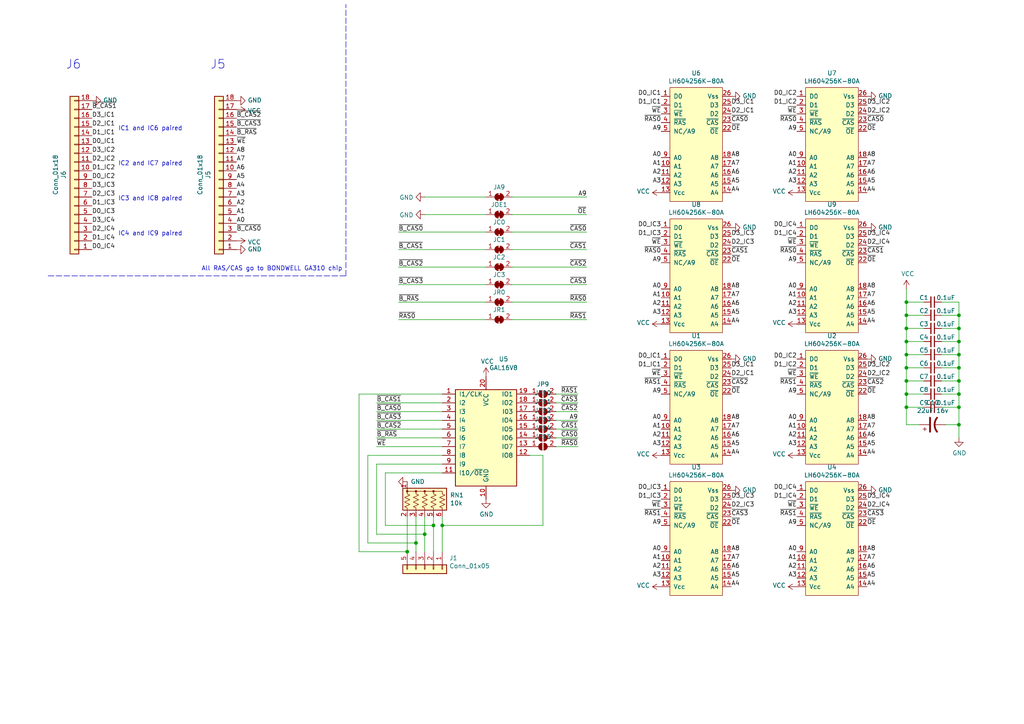
<source format=kicad_sch>
(kicad_sch (version 20211123) (generator eeschema)
  (paper "A4")
  (lib_symbols
    (symbol "Connector_Generic:Conn_01x05" (pin_names (offset 1.016) hide)
      (property "Reference" "J" (at 0 7.62 0))
      (property "Value" "Conn_01x05" (at 0 -7.62 0))
      (symbol "Conn_01x05_1_1"
        (rectangle (start -1.27 -4.953) (end 0 -5.207) (stroke (width 0.1524)))
        (rectangle (start -1.27 -2.413) (end 0 -2.667) (stroke (width 0.1524)))
        (rectangle (start -1.27 0.127) (end 0 -0.127) (stroke (width 0.1524)))
        (rectangle (start -1.27 2.667) (end 0 2.413) (stroke (width 0.1524)))
        (rectangle (start -1.27 5.207) (end 0 4.953) (stroke (width 0.1524)))
        (rectangle (start -1.27 6.35) (end 1.27 -6.35) (stroke (width 0.254)) (fill (type background)))
        (pin passive line (at -5.08 5.08 0) (length 3.81) (name "Pin_1") (number "1"))
        (pin passive line (at -5.08 2.54 0) (length 3.81) (name "Pin_2") (number "2"))
        (pin passive line (at -5.08 0 0) (length 3.81) (name "Pin_3") (number "3"))
        (pin passive line (at -5.08 -2.54 0) (length 3.81) (name "Pin_4") (number "4"))
        (pin passive line (at -5.08 -5.08 0) (length 3.81) (name "Pin_5") (number "5"))
      )
    )
    (symbol "Connector_Generic:Conn_01x18" (pin_names (offset 1.016) hide)
      (property "Reference" "J" (at 0 22.86 0))
      (property "Value" "Conn_01x18" (at 0 -25.4 0))
      (symbol "Conn_01x18_1_1"
        (rectangle (start -1.27 -22.733) (end 0 -22.987) (stroke (width 0.1524)))
        (rectangle (start -1.27 -20.193) (end 0 -20.447) (stroke (width 0.1524)))
        (rectangle (start -1.27 -17.653) (end 0 -17.907) (stroke (width 0.1524)))
        (rectangle (start -1.27 -15.113) (end 0 -15.367) (stroke (width 0.1524)))
        (rectangle (start -1.27 -12.573) (end 0 -12.827) (stroke (width 0.1524)))
        (rectangle (start -1.27 -10.033) (end 0 -10.287) (stroke (width 0.1524)))
        (rectangle (start -1.27 -7.493) (end 0 -7.747) (stroke (width 0.1524)))
        (rectangle (start -1.27 -4.953) (end 0 -5.207) (stroke (width 0.1524)))
        (rectangle (start -1.27 -2.413) (end 0 -2.667) (stroke (width 0.1524)))
        (rectangle (start -1.27 0.127) (end 0 -0.127) (stroke (width 0.1524)))
        (rectangle (start -1.27 2.667) (end 0 2.413) (stroke (width 0.1524)))
        (rectangle (start -1.27 5.207) (end 0 4.953) (stroke (width 0.1524)))
        (rectangle (start -1.27 7.747) (end 0 7.493) (stroke (width 0.1524)))
        (rectangle (start -1.27 10.287) (end 0 10.033) (stroke (width 0.1524)))
        (rectangle (start -1.27 12.827) (end 0 12.573) (stroke (width 0.1524)))
        (rectangle (start -1.27 15.367) (end 0 15.113) (stroke (width 0.1524)))
        (rectangle (start -1.27 17.907) (end 0 17.653) (stroke (width 0.1524)))
        (rectangle (start -1.27 20.447) (end 0 20.193) (stroke (width 0.1524)))
        (rectangle (start -1.27 21.59) (end 1.27 -24.13) (stroke (width 0.254)) (fill (type background)))
        (pin passive line (at -5.08 20.32 0) (length 3.81) (name "Pin_1") (number "1"))
        (pin passive line (at -5.08 -2.54 0) (length 3.81) (name "Pin_10") (number "10"))
        (pin passive line (at -5.08 -5.08 0) (length 3.81) (name "Pin_11") (number "11"))
        (pin passive line (at -5.08 -7.62 0) (length 3.81) (name "Pin_12") (number "12"))
        (pin passive line (at -5.08 -10.16 0) (length 3.81) (name "Pin_13") (number "13"))
        (pin passive line (at -5.08 -12.7 0) (length 3.81) (name "Pin_14") (number "14"))
        (pin passive line (at -5.08 -15.24 0) (length 3.81) (name "Pin_15") (number "15"))
        (pin passive line (at -5.08 -17.78 0) (length 3.81) (name "Pin_16") (number "16"))
        (pin passive line (at -5.08 -20.32 0) (length 3.81) (name "Pin_17") (number "17"))
        (pin passive line (at -5.08 -22.86 0) (length 3.81) (name "Pin_18") (number "18"))
        (pin passive line (at -5.08 17.78 0) (length 3.81) (name "Pin_2") (number "2"))
        (pin passive line (at -5.08 15.24 0) (length 3.81) (name "Pin_3") (number "3"))
        (pin passive line (at -5.08 12.7 0) (length 3.81) (name "Pin_4") (number "4"))
        (pin passive line (at -5.08 10.16 0) (length 3.81) (name "Pin_5") (number "5"))
        (pin passive line (at -5.08 7.62 0) (length 3.81) (name "Pin_6") (number "6"))
        (pin passive line (at -5.08 5.08 0) (length 3.81) (name "Pin_7") (number "7"))
        (pin passive line (at -5.08 2.54 0) (length 3.81) (name "Pin_8") (number "8"))
        (pin passive line (at -5.08 0 0) (length 3.81) (name "Pin_9") (number "9"))
      )
    )
    (symbol "CustomChips:604256" (pin_names (offset 1.016))
      (property "Reference" "U" (at 0 -1.27 0))
      (property "Value" "CustomChips_604256" (at 0 -3.81 0))
      (symbol "604256_0_1"
        (rectangle (start -7.62 13.97) (end 7.62 -19.05) (fill (type background)))
      )
      (symbol "604256_1_1"
        (pin bidirectional line (at -10.16 11.43 0) (length 2.54) (name "D0") (number "1"))
        (pin input line (at -10.16 -8.89 0) (length 2.54) (name "A1") (number "10"))
        (pin input line (at -10.16 -11.43 0) (length 2.54) (name "A2") (number "11"))
        (pin input line (at -10.16 -13.97 0) (length 2.54) (name "A3") (number "12"))
        (pin power_in line (at -10.16 -16.51 0) (length 2.54) (name "Vcc") (number "13"))
        (pin input line (at 10.16 -16.51 180) (length 2.54) (name "A4") (number "14"))
        (pin input line (at 10.16 -13.97 180) (length 2.54) (name "A5") (number "15"))
        (pin input line (at 10.16 -11.43 180) (length 2.54) (name "A6") (number "16"))
        (pin input line (at 10.16 -8.89 180) (length 2.54) (name "A7") (number "17"))
        (pin input line (at 10.16 -6.35 180) (length 2.54) (name "A8") (number "18"))
        (pin bidirectional line (at -10.16 8.89 0) (length 2.54) (name "D1") (number "2"))
        (pin input line (at 10.16 1.27 180) (length 2.54) (name "~{OE}") (number "22"))
        (pin input line (at 10.16 3.81 180) (length 2.54) (name "~{CAS}") (number "23"))
        (pin bidirectional line (at 10.16 6.35 180) (length 2.54) (name "D2") (number "24"))
        (pin bidirectional line (at 10.16 8.89 180) (length 2.54) (name "D3") (number "25"))
        (pin power_in line (at 10.16 11.43 180) (length 2.54) (name "Vss") (number "26"))
        (pin input line (at -10.16 6.35 0) (length 2.54) (name "~{WE}") (number "3"))
        (pin input line (at -10.16 3.81 0) (length 2.54) (name "~{RAS}") (number "4"))
        (pin input line (at -10.16 1.27 0) (length 2.54) (name "NC/A9") (number "5"))
        (pin input line (at -10.16 -6.35 0) (length 2.54) (name "A0") (number "9"))
      )
    )
    (symbol "Device:CP1" (pin_numbers hide) (pin_names (offset 0.254) hide)
      (property "Reference" "C" (at 0.635 2.54 0))
      (property "Value" "Device_CP1" (at 0.635 -2.54 0))
      (symbol "CP1_0_1"
        (polyline (pts (xy -2.032 0.762) (xy 2.032 0.762)) (stroke (width 0.508)))
        (polyline (pts (xy -1.778 2.286) (xy -0.762 2.286)))
        (polyline (pts (xy -1.27 1.778) (xy -1.27 2.794)))
        (arc (start 2.032 -1.27) (mid 0 -0.5572) (end -2.032 -1.27) (stroke (width 0.508)))
      )
      (symbol "CP1_1_1"
        (pin passive line (at 0 3.81 270) (length 2.794) (name "~") (number "1"))
        (pin passive line (at 0 -3.81 90) (length 3.302) (name "~") (number "2"))
      )
    )
    (symbol "Device:C_Small" (pin_numbers hide) (pin_names (offset 0.254) hide)
      (property "Reference" "C" (at 0.254 1.778 0))
      (property "Value" "C_Small" (at 0.254 -2.032 0))
      (symbol "C_Small_0_1"
        (polyline (pts (xy -1.524 -0.508) (xy 1.524 -0.508)) (stroke (width 0.3302)))
        (polyline (pts (xy -1.524 0.508) (xy 1.524 0.508)) (stroke (width 0.3048)))
      )
      (symbol "C_Small_1_1"
        (pin passive line (at 0 2.54 270) (length 2.032) (name "~") (number "1"))
        (pin passive line (at 0 -2.54 90) (length 2.032) (name "~") (number "2"))
      )
    )
    (symbol "Device:R_Network05_US" (pin_names (offset 0) hide)
      (property "Reference" "RN" (at -7.62 0 90))
      (property "Value" "R_Network05_US" (at 7.62 0 90))
      (symbol "R_Network05_US_0_1"
        (rectangle (start -6.35 -3.175) (end 6.35 3.175) (stroke (width 0.254)) (fill (type background)))
        (circle (center -5.08 2.286) (radius 0.254) (fill (type outline)))
        (circle (center -2.54 2.286) (radius 0.254) (fill (type outline)))
        (polyline (pts (xy -5.08 2.286) (xy 5.08 2.286)))
        (polyline (pts (xy -5.08 2.286) (xy -5.08 1.524) (xy -4.318 1.1684) (xy -5.842 0.508) (xy -4.318 -0.1524) (xy -5.842 -0.8382) (xy -4.318 -1.524) (xy -5.842 -2.1844) (xy -5.08 -2.54) (xy -5.08 -3.81)))
        (polyline (pts (xy -2.54 2.286) (xy -2.54 1.524) (xy -1.778 1.1684) (xy -3.302 0.508) (xy -1.778 -0.1524) (xy -3.302 -0.8382) (xy -1.778 -1.524) (xy -3.302 -2.1844) (xy -2.54 -2.54) (xy -2.54 -3.81)))
        (polyline (pts (xy 0 2.286) (xy 0 1.524) (xy 0.762 1.1684) (xy -0.762 0.508) (xy 0.762 -0.1524) (xy -0.762 -0.8382) (xy 0.762 -1.524) (xy -0.762 -2.1844) (xy 0 -2.54) (xy 0 -3.81)))
        (polyline (pts (xy 2.54 2.286) (xy 2.54 1.524) (xy 3.302 1.1684) (xy 1.778 0.508) (xy 3.302 -0.1524) (xy 1.778 -0.8382) (xy 3.302 -1.524) (xy 1.778 -2.1844) (xy 2.54 -2.54) (xy 2.54 -3.81)))
        (polyline (pts (xy 5.08 2.286) (xy 5.08 1.524) (xy 5.842 1.1684) (xy 4.318 0.508) (xy 5.842 -0.1524) (xy 4.318 -0.8382) (xy 5.842 -1.524) (xy 4.318 -2.1844) (xy 5.08 -2.54) (xy 5.08 -3.81)))
        (circle (center 0 2.286) (radius 0.254) (fill (type outline)))
        (circle (center 2.54 2.286) (radius 0.254) (fill (type outline)))
      )
      (symbol "R_Network05_US_1_1"
        (pin passive line (at -5.08 5.08 270) (length 2.54) (name "common") (number "1"))
        (pin passive line (at -5.08 -5.08 90) (length 1.27) (name "R1") (number "2"))
        (pin passive line (at -2.54 -5.08 90) (length 1.27) (name "R2") (number "3"))
        (pin passive line (at 0 -5.08 90) (length 1.27) (name "R3") (number "4"))
        (pin passive line (at 2.54 -5.08 90) (length 1.27) (name "R4") (number "5"))
        (pin passive line (at 5.08 -5.08 90) (length 1.27) (name "R5") (number "6"))
      )
    )
    (symbol "Jumper:SolderJumper_2_Bridged" (pin_names (offset 0) hide)
      (property "Reference" "JP" (at 0 2.032 0))
      (property "Value" "SolderJumper_2_Bridged" (at 0 -2.54 0))
      (symbol "SolderJumper_2_Bridged_0_1"
        (rectangle (start -0.508 0.508) (end 0.508 -0.508) (fill (type outline)))
        (arc (start -0.254 1.016) (mid -1.27 0) (end -0.254 -1.016))
        (arc (start -0.254 1.016) (mid -1.27 0) (end -0.254 -1.016) (fill (type outline)))
        (polyline (pts (xy -0.254 1.016) (xy -0.254 -1.016)))
        (polyline (pts (xy 0.254 1.016) (xy 0.254 -1.016)))
        (arc (start 0.254 -1.016) (mid 1.27 0) (end 0.254 1.016))
        (arc (start 0.254 -1.016) (mid 1.27 0) (end 0.254 1.016) (fill (type outline)))
      )
      (symbol "SolderJumper_2_Bridged_1_1"
        (pin passive line (at -3.81 0 0) (length 2.54) (name "A") (number "1"))
        (pin passive line (at 3.81 0 180) (length 2.54) (name "B") (number "2"))
      )
    )
    (symbol "Jumper:SolderJumper_2_Open" (pin_names (offset 0) hide)
      (property "Reference" "JP" (at 0 2.032 0))
      (property "Value" "SolderJumper_2_Open" (at 0 -2.54 0))
      (symbol "SolderJumper_2_Open_0_1"
        (arc (start -0.254 1.016) (mid -1.27 0) (end -0.254 -1.016))
        (arc (start -0.254 1.016) (mid -1.27 0) (end -0.254 -1.016) (fill (type outline)))
        (polyline (pts (xy -0.254 1.016) (xy -0.254 -1.016)))
        (polyline (pts (xy 0.254 1.016) (xy 0.254 -1.016)))
        (arc (start 0.254 -1.016) (mid 1.27 0) (end 0.254 1.016))
        (arc (start 0.254 -1.016) (mid 1.27 0) (end 0.254 1.016) (fill (type outline)))
      )
      (symbol "SolderJumper_2_Open_1_1"
        (pin passive line (at -3.81 0 0) (length 2.54) (name "A") (number "1"))
        (pin passive line (at 3.81 0 180) (length 2.54) (name "B") (number "2"))
      )
    )
    (symbol "Logic_Programmable:GAL16V8" (pin_names (offset 1.016))
      (property "Reference" "U" (at -8.89 16.51 0))
      (property "Value" "GAL16V8" (at 1.27 16.51 0))
      (symbol "GAL16V8_0_0"
        (pin power_in line (at 0 -17.78 90) (length 3.81) (name "GND") (number "10"))
        (pin power_in line (at 0 17.78 270) (length 3.81) (name "VCC") (number "20"))
      )
      (symbol "GAL16V8_0_1"
        (rectangle (start -8.89 13.97) (end 8.89 -13.97) (stroke (width 0.254)) (fill (type background)))
      )
      (symbol "GAL16V8_1_1"
        (pin input line (at -12.7 12.7 0) (length 3.81) (name "I1/CLK") (number "1"))
        (pin input line (at -12.7 -10.16 0) (length 3.81) (name "I10/~{OE}") (number "11"))
        (pin tri_state line (at 12.7 -5.08 180) (length 3.81) (name "IO8") (number "12"))
        (pin tri_state line (at 12.7 -2.54 180) (length 3.81) (name "IO7") (number "13"))
        (pin tri_state line (at 12.7 0 180) (length 3.81) (name "IO6") (number "14"))
        (pin tri_state line (at 12.7 2.54 180) (length 3.81) (name "IO5") (number "15"))
        (pin tri_state line (at 12.7 5.08 180) (length 3.81) (name "IO4") (number "16"))
        (pin tri_state line (at 12.7 7.62 180) (length 3.81) (name "I03") (number "17"))
        (pin tri_state line (at 12.7 10.16 180) (length 3.81) (name "IO2") (number "18"))
        (pin tri_state line (at 12.7 12.7 180) (length 3.81) (name "IO1") (number "19"))
        (pin input line (at -12.7 10.16 0) (length 3.81) (name "I2") (number "2"))
        (pin input line (at -12.7 7.62 0) (length 3.81) (name "I3") (number "3"))
        (pin input line (at -12.7 5.08 0) (length 3.81) (name "I4") (number "4"))
        (pin input line (at -12.7 2.54 0) (length 3.81) (name "I5") (number "5"))
        (pin input line (at -12.7 0 0) (length 3.81) (name "I6") (number "6"))
        (pin input line (at -12.7 -2.54 0) (length 3.81) (name "I7") (number "7"))
        (pin input line (at -12.7 -5.08 0) (length 3.81) (name "I8") (number "8"))
        (pin input line (at -12.7 -7.62 0) (length 3.81) (name "I9") (number "9"))
      )
    )
    (symbol "power:GND" (power) (pin_names (offset 0))
      (property "Value" "GND" (at 0 -3.81 0))
      (symbol "GND_0_1"
        (polyline (pts (xy 0 0) (xy 0 -1.27) (xy 1.27 -1.27) (xy 0 -2.54) (xy -1.27 -1.27) (xy 0 -1.27)))
      )
      (symbol "GND_1_1"
        (pin power_in line (at 0 0 270) (length 0) hide (name "GND") (number "1"))
      )
    )
    (symbol "power:VCC" (power) (pin_names (offset 0))
      (property "Value" "VCC" (at 0 3.81 0))
      (symbol "VCC_0_1"
        (polyline (pts (xy -0.762 1.27) (xy 0 2.54)))
        (polyline (pts (xy 0 0) (xy 0 2.54)))
        (polyline (pts (xy 0 2.54) (xy 0.762 1.27)))
      )
      (symbol "VCC_1_1"
        (pin power_in line (at 0 0 90) (length 0) hide (name "VCC") (number "1"))
      )
    )
  )
  (junction (at 262.89 114.3))
  (junction (at 262.89 95.25))
  (junction (at 262.89 110.49))
  (junction (at 125.73 152.4))
  (junction (at 278.13 114.3))
  (junction (at 262.89 99.06))
  (junction (at 262.89 87.63))
  (junction (at 278.13 110.49))
  (junction (at 278.13 102.87))
  (junction (at 123.19 154.94))
  (junction (at 128.27 152.4))
  (junction (at 262.89 91.44))
  (junction (at 120.65 157.48))
  (junction (at 278.13 118.11))
  (junction (at 278.13 91.44))
  (junction (at 278.13 99.06))
  (junction (at 118.11 160.02))
  (junction (at 278.13 106.68))
  (junction (at 278.13 123.19))
  (junction (at 278.13 95.25))
  (junction (at 262.89 102.87))
  (junction (at 262.89 118.11))
  (junction (at 262.89 106.68))
  (wire (pts (xy 266.7 123.19) (xy 262.89 123.19)))
  (wire (pts (xy 104.14 114.3) (xy 104.14 160.02)))
  (wire (pts (xy 148.59 72.39) (xy 170.18 72.39)))
  (wire (pts (xy 262.89 99.06) (xy 262.89 102.87)))
  (wire (pts (xy 273.05 87.63) (xy 278.13 87.63)))
  (wire (pts (xy 148.59 82.55) (xy 170.18 82.55)))
  (wire (pts (xy 115.57 67.31) (xy 140.97 67.31)))
  (wire (pts (xy 157.48 132.08) (xy 153.67 132.08)))
  (wire (pts (xy 273.05 114.3) (xy 278.13 114.3)))
  (wire (pts (xy 262.89 118.11) (xy 262.89 114.3)))
  (wire (pts (xy 278.13 106.68) (xy 278.13 110.49)))
  (wire (pts (xy 111.76 137.16) (xy 111.76 152.4)))
  (wire (pts (xy 106.68 132.08) (xy 128.27 132.08)))
  (wire (pts (xy 123.19 149.86) (xy 123.19 154.94)))
  (wire (pts (xy 148.59 77.47) (xy 170.18 77.47)))
  (wire (pts (xy 109.22 119.38) (xy 128.27 119.38)))
  (wire (pts (xy 123.19 62.23) (xy 140.97 62.23)))
  (wire (pts (xy 278.13 114.3) (xy 278.13 118.11)))
  (wire (pts (xy 148.59 87.63) (xy 170.18 87.63)))
  (wire (pts (xy 109.22 116.84) (xy 128.27 116.84)))
  (wire (pts (xy 109.22 121.92) (xy 128.27 121.92)))
  (wire (pts (xy 115.57 77.47) (xy 140.97 77.47)))
  (wire (pts (xy 125.73 152.4) (xy 125.73 160.02)))
  (wire (pts (xy 109.22 134.62) (xy 109.22 154.94)))
  (wire (pts (xy 115.57 87.63) (xy 140.97 87.63)))
  (wire (pts (xy 262.89 102.87) (xy 262.89 106.68)))
  (wire (pts (xy 262.89 123.19) (xy 262.89 118.11)))
  (wire (pts (xy 262.89 95.25) (xy 262.89 99.06)))
  (wire (pts (xy 278.13 110.49) (xy 278.13 114.3)))
  (polyline (pts (xy 13.97 80.01) (xy 100.33 80.01)))
  (wire (pts (xy 262.89 106.68) (xy 267.97 106.68)))
  (wire (pts (xy 148.59 62.23) (xy 170.18 62.23)))
  (wire (pts (xy 109.22 127) (xy 128.27 127)))
  (wire (pts (xy 273.05 102.87) (xy 278.13 102.87)))
  (wire (pts (xy 161.29 119.38) (xy 167.64 119.38)))
  (wire (pts (xy 106.68 132.08) (xy 106.68 157.48)))
  (wire (pts (xy 278.13 118.11) (xy 278.13 123.19)))
  (wire (pts (xy 161.29 129.54) (xy 167.64 129.54)))
  (wire (pts (xy 262.89 87.63) (xy 262.89 91.44)))
  (wire (pts (xy 267.97 102.87) (xy 262.89 102.87)))
  (wire (pts (xy 262.89 91.44) (xy 262.89 95.25)))
  (wire (pts (xy 109.22 124.46) (xy 128.27 124.46)))
  (wire (pts (xy 273.05 110.49) (xy 278.13 110.49)))
  (wire (pts (xy 278.13 87.63) (xy 278.13 91.44)))
  (wire (pts (xy 111.76 152.4) (xy 125.73 152.4)))
  (wire (pts (xy 267.97 95.25) (xy 262.89 95.25)))
  (wire (pts (xy 115.57 82.55) (xy 140.97 82.55)))
  (wire (pts (xy 157.48 152.4) (xy 157.48 132.08)))
  (wire (pts (xy 262.89 114.3) (xy 267.97 114.3)))
  (wire (pts (xy 267.97 99.06) (xy 262.89 99.06)))
  (wire (pts (xy 125.73 149.86) (xy 125.73 152.4)))
  (wire (pts (xy 109.22 129.54) (xy 128.27 129.54)))
  (wire (pts (xy 148.59 67.31) (xy 170.18 67.31)))
  (wire (pts (xy 115.57 72.39) (xy 140.97 72.39)))
  (wire (pts (xy 161.29 127) (xy 167.64 127)))
  (wire (pts (xy 273.05 91.44) (xy 278.13 91.44)))
  (wire (pts (xy 161.29 124.46) (xy 167.64 124.46)))
  (wire (pts (xy 128.27 160.02) (xy 128.27 152.4)))
  (wire (pts (xy 278.13 99.06) (xy 278.13 102.87)))
  (wire (pts (xy 148.59 92.71) (xy 170.18 92.71)))
  (wire (pts (xy 109.22 134.62) (xy 128.27 134.62)))
  (wire (pts (xy 262.89 118.11) (xy 267.97 118.11)))
  (wire (pts (xy 267.97 110.49) (xy 262.89 110.49)))
  (wire (pts (xy 120.65 157.48) (xy 106.68 157.48)))
  (wire (pts (xy 273.05 95.25) (xy 278.13 95.25)))
  (wire (pts (xy 273.05 106.68) (xy 278.13 106.68)))
  (wire (pts (xy 161.29 121.92) (xy 167.64 121.92)))
  (wire (pts (xy 118.11 160.02) (xy 104.14 160.02)))
  (polyline (pts (xy 100.33 80.01) (xy 100.33 1.27)))
  (wire (pts (xy 104.14 114.3) (xy 128.27 114.3)))
  (wire (pts (xy 123.19 154.94) (xy 123.19 160.02)))
  (wire (pts (xy 161.29 116.84) (xy 167.64 116.84)))
  (wire (pts (xy 120.65 157.48) (xy 120.65 160.02)))
  (wire (pts (xy 262.89 110.49) (xy 262.89 114.3)))
  (wire (pts (xy 123.19 57.15) (xy 140.97 57.15)))
  (wire (pts (xy 128.27 152.4) (xy 128.27 149.86)))
  (wire (pts (xy 267.97 91.44) (xy 262.89 91.44)))
  (wire (pts (xy 278.13 123.19) (xy 278.13 127)))
  (wire (pts (xy 278.13 95.25) (xy 278.13 99.06)))
  (wire (pts (xy 148.59 57.15) (xy 170.18 57.15)))
  (wire (pts (xy 262.89 83.82) (xy 262.89 87.63)))
  (wire (pts (xy 123.19 154.94) (xy 109.22 154.94)))
  (wire (pts (xy 120.65 149.86) (xy 120.65 157.48)))
  (wire (pts (xy 273.05 118.11) (xy 278.13 118.11)))
  (wire (pts (xy 262.89 87.63) (xy 267.97 87.63)))
  (wire (pts (xy 161.29 114.3) (xy 167.64 114.3)))
  (wire (pts (xy 115.57 92.71) (xy 140.97 92.71)))
  (wire (pts (xy 128.27 137.16) (xy 111.76 137.16)))
  (wire (pts (xy 274.32 123.19) (xy 278.13 123.19)))
  (wire (pts (xy 278.13 91.44) (xy 278.13 95.25)))
  (wire (pts (xy 118.11 160.02) (xy 118.11 149.86)))
  (wire (pts (xy 262.89 106.68) (xy 262.89 110.49)))
  (wire (pts (xy 278.13 102.87) (xy 278.13 106.68)))
  (wire (pts (xy 273.05 99.06) (xy 278.13 99.06)))
  (wire (pts (xy 157.48 152.4) (xy 128.27 152.4)))
  (text "IC2 and IC7 paired" (at 34.29 48.26 0) (effects (font (size 1.27 1.27)) (justify left bottom)))
  (text "IC3 and IC8 paired" (at 34.29 58.42 0) (effects (font (size 1.27 1.27)) (justify left bottom)))
  (text "IC4 and IC9 paired" (at 34.29 68.58 0) (effects (font (size 1.27 1.27)) (justify left bottom)))
  (text "All RAS/CAS go to BONDWELL GA310 chip" (at 58.42 78.74 0) (effects (font (size 1.27 1.27)) (justify left bottom)))
  (text "J6" (at 19.05 20.32 0) (effects (font (size 2.54 2.54)) (justify left bottom)))
  (text "J5" (at 60.96 20.32 0) (effects (font (size 2.54 2.54)) (justify left bottom)))
  (text "IC1 and IC6 paired" (at 34.29 38.1 0) (effects (font (size 1.27 1.27)) (justify left bottom)))
  (label "A4" (at 212.09 93.98 0))
  (label "A7" (at 251.46 162.56 0))
  (label "A4" (at 251.46 55.88 0))
  (label "A2" (at 191.77 127 180))
  (label "D1_IC1" (at 26.67 39.37 0))
  (label "D0_IC4" (at 231.14 142.24 180))
  (label "A0" (at 191.77 121.92 180))
  (label "~{OE}" (at 212.09 152.4 0))
  (label "A8" (at 212.09 45.72 0))
  (label "D3_IC2" (at 251.46 106.68 0))
  (label "D0_IC3" (at 26.67 62.23 0))
  (label "~{B_CAS3}" (at 68.58 36.83 0))
  (label "A0" (at 231.14 160.02 180))
  (label "A5" (at 251.46 53.34 0))
  (label "A2" (at 231.14 88.9 180))
  (label "A3" (at 191.77 53.34 180))
  (label "D1_IC2" (at 26.67 49.53 0))
  (label "A1" (at 191.77 48.26 180))
  (label "A9" (at 231.14 38.1 180))
  (label "A9" (at 231.14 152.4 180))
  (label "~{B_CAS2}" (at 109.22 124.46 0))
  (label "~{WE}" (at 231.14 71.12 180))
  (label "D0_IC2" (at 26.67 52.07 0))
  (label "~{CAS3}" (at 251.46 149.86 0))
  (label "~{RAS1}" (at 167.64 114.3 180))
  (label "~{WE}" (at 191.77 109.22 180))
  (label "~{RAS0}" (at 231.14 35.56 180))
  (label "D1_IC4" (at 231.14 68.58 180))
  (label "A6" (at 68.58 49.53 0))
  (label "~{WE}" (at 231.14 109.22 180))
  (label "D2_IC4" (at 251.46 147.32 0))
  (label "~{CAS0}" (at 170.18 67.31 180))
  (label "D0_IC1" (at 26.67 41.91 0))
  (label "D3_IC3" (at 212.09 144.78 0))
  (label "~{RAS1}" (at 191.77 149.86 180))
  (label "A7" (at 251.46 86.36 0))
  (label "~{RAS0}" (at 170.18 87.63 180))
  (label "A7" (at 212.09 48.26 0))
  (label "D0_IC3" (at 191.77 66.04 180))
  (label "~{WE}" (at 191.77 33.02 180))
  (label "D3_IC3" (at 26.67 54.61 0))
  (label "D2_IC1" (at 212.09 109.22 0))
  (label "D1_IC1" (at 191.77 106.68 180))
  (label "A3" (at 191.77 91.44 180))
  (label "~{RAS0}" (at 231.14 73.66 180))
  (label "~{WE}" (at 68.58 41.91 0))
  (label "D2_IC4" (at 251.46 71.12 0))
  (label "~{CAS0}" (at 251.46 35.56 0))
  (label "~{B_CAS3}" (at 115.57 82.55 0))
  (label "A8" (at 251.46 45.72 0))
  (label "A6" (at 212.09 88.9 0))
  (label "A0" (at 191.77 45.72 180))
  (label "A5" (at 251.46 167.64 0))
  (label "~{OE}" (at 251.46 152.4 0))
  (label "A3" (at 68.58 57.15 0))
  (label "D1_IC1" (at 191.77 30.48 180))
  (label "~{RAS1}" (at 231.14 149.86 180))
  (label "A4" (at 68.58 54.61 0))
  (label "~{RAS1}" (at 191.77 111.76 180))
  (label "D1_IC3" (at 26.67 59.69 0))
  (label "D0_IC2" (at 231.14 104.14 180))
  (label "~{OE}" (at 212.09 38.1 0))
  (label "D3_IC4" (at 251.46 144.78 0))
  (label "A6" (at 212.09 50.8 0))
  (label "D0_IC3" (at 191.77 142.24 180))
  (label "D3_IC1" (at 212.09 30.48 0))
  (label "~{B_CAS0}" (at 115.57 67.31 0))
  (label "~{RAS0}" (at 191.77 35.56 180))
  (label "A1" (at 191.77 162.56 180))
  (label "~{WE}" (at 231.14 33.02 180))
  (label "A7" (at 212.09 124.46 0))
  (label "D1_IC4" (at 26.67 69.85 0))
  (label "A5" (at 68.58 52.07 0))
  (label "~{B_CAS0}" (at 68.58 67.31 0))
  (label "~{B_CAS1}" (at 26.67 31.75 0))
  (label "D2_IC4" (at 26.67 67.31 0))
  (label "~{WE}" (at 109.22 129.54 0))
  (label "~{CAS0}" (at 212.09 35.56 0))
  (label "A3" (at 231.14 91.44 180))
  (label "A4" (at 212.09 132.08 0))
  (label "A5" (at 212.09 167.64 0))
  (label "A8" (at 251.46 121.92 0))
  (label "A7" (at 251.46 124.46 0))
  (label "A5" (at 251.46 91.44 0))
  (label "D0_IC1" (at 191.77 27.94 180))
  (label "~{RAS1}" (at 231.14 111.76 180))
  (label "A6" (at 251.46 165.1 0))
  (label "~{OE}" (at 212.09 114.3 0))
  (label "D2_IC2" (at 251.46 109.22 0))
  (label "A0" (at 191.77 160.02 180))
  (label "A0" (at 231.14 121.92 180))
  (label "~{OE}" (at 170.18 62.23 180))
  (label "A8" (at 212.09 121.92 0))
  (label "A3" (at 191.77 129.54 180))
  (label "A3" (at 231.14 53.34 180))
  (label "~{CAS1}" (at 170.18 72.39 180))
  (label "~{B_CAS1}" (at 109.22 116.84 0))
  (label "~{B_CAS3}" (at 109.22 121.92 0))
  (label "A1" (at 68.58 62.23 0))
  (label "~{CAS3}" (at 167.64 116.84 180))
  (label "A2" (at 231.14 165.1 180))
  (label "A3" (at 191.77 167.64 180))
  (label "A9" (at 167.64 121.92 180))
  (label "D2_IC3" (at 26.67 57.15 0))
  (label "A7" (at 251.46 48.26 0))
  (label "~{B_RAS}" (at 68.58 39.37 0))
  (label "A7" (at 212.09 86.36 0))
  (label "D1_IC3" (at 191.77 144.78 180))
  (label "A4" (at 212.09 55.88 0))
  (label "D0_IC1" (at 191.77 104.14 180))
  (label "A9" (at 231.14 76.2 180))
  (label "~{RAS1}" (at 170.18 92.71 180))
  (label "D3_IC1" (at 26.67 34.29 0))
  (label "A4" (at 251.46 132.08 0))
  (label "A5" (at 251.46 129.54 0))
  (label "~{CAS3}" (at 170.18 82.55 180))
  (label "A5" (at 212.09 91.44 0))
  (label "A1" (at 191.77 124.46 180))
  (label "A7" (at 212.09 162.56 0))
  (label "A0" (at 68.58 64.77 0))
  (label "D3_IC4" (at 26.67 64.77 0))
  (label "A0" (at 231.14 45.72 180))
  (label "~{CAS2}" (at 251.46 111.76 0))
  (label "~{B_RAS}" (at 115.57 87.63 0))
  (label "A5" (at 212.09 53.34 0))
  (label "~{B_CAS2}" (at 68.58 34.29 0))
  (label "D2_IC3" (at 212.09 147.32 0))
  (label "D1_IC2" (at 231.14 30.48 180))
  (label "~{WE}" (at 191.77 147.32 180))
  (label "~{RAS0}" (at 167.64 129.54 180))
  (label "~{CAS3}" (at 212.09 149.86 0))
  (label "D3_IC2" (at 251.46 30.48 0))
  (label "~{B_CAS0}" (at 109.22 119.38 0))
  (label "A9" (at 170.18 57.15 180))
  (label "D3_IC2" (at 26.67 44.45 0))
  (label "A8" (at 251.46 83.82 0))
  (label "A2" (at 191.77 50.8 180))
  (label "D3_IC3" (at 212.09 68.58 0))
  (label "A9" (at 231.14 114.3 180))
  (label "A6" (at 212.09 165.1 0))
  (label "A5" (at 212.09 129.54 0))
  (label "A3" (at 231.14 129.54 180))
  (label "~{WE}" (at 231.14 147.32 180))
  (label "~{OE}" (at 251.46 38.1 0))
  (label "A2" (at 191.77 88.9 180))
  (label "A1" (at 191.77 86.36 180))
  (label "D1_IC4" (at 231.14 144.78 180))
  (label "~{B_CAS2}" (at 115.57 77.47 0))
  (label "A4" (at 251.46 170.18 0))
  (label "~{OE}" (at 212.09 76.2 0))
  (label "A9" (at 191.77 152.4 180))
  (label "A8" (at 212.09 83.82 0))
  (label "~{CAS1}" (at 251.46 73.66 0))
  (label "~{B_CAS1}" (at 115.57 72.39 0))
  (label "A1" (at 231.14 124.46 180))
  (label "~{OE}" (at 251.46 76.2 0))
  (label "~{B_RAS}" (at 109.22 127 0))
  (label "A9" (at 191.77 76.2 180))
  (label "D0_IC4" (at 26.67 72.39 0))
  (label "A9" (at 191.77 114.3 180))
  (label "D3_IC1" (at 212.09 106.68 0))
  (label "~{WE}" (at 191.77 71.12 180))
  (label "A8" (at 68.58 44.45 0))
  (label "D1_IC3" (at 191.77 68.58 180))
  (label "D2_IC1" (at 212.09 33.02 0))
  (label "~{RAS0}" (at 191.77 73.66 180))
  (label "A6" (at 251.46 127 0))
  (label "~{CAS2}" (at 170.18 77.47 180))
  (label "~{CAS0}" (at 167.64 127 180))
  (label "D3_IC4" (at 251.46 68.58 0))
  (label "A8" (at 212.09 160.02 0))
  (label "A1" (at 231.14 162.56 180))
  (label "~{CAS1}" (at 167.64 124.46 180))
  (label "A6" (at 251.46 50.8 0))
  (label "~{RAS0}" (at 115.57 92.71 0))
  (label "D2_IC1" (at 26.67 36.83 0))
  (label "A4" (at 212.09 170.18 0))
  (label "A1" (at 231.14 48.26 180))
  (label "A2" (at 231.14 50.8 180))
  (label "D1_IC2" (at 231.14 106.68 180))
  (label "A6" (at 212.09 127 0))
  (label "~{CAS2}" (at 167.64 119.38 180))
  (label "D0_IC4" (at 231.14 66.04 180))
  (label "A3" (at 231.14 167.64 180))
  (label "~{CAS2}" (at 212.09 111.76 0))
  (label "~{OE}" (at 251.46 114.3 0))
  (label "A0" (at 191.77 83.82 180))
  (label "A2" (at 191.77 165.1 180))
  (label "A7" (at 68.58 46.99 0))
  (label "D2_IC3" (at 212.09 71.12 0))
  (label "A0" (at 231.14 83.82 180))
  (label "D2_IC2" (at 26.67 46.99 0))
  (label "~{CAS1}" (at 212.09 73.66 0))
  (label "A2" (at 68.58 59.69 0))
  (label "A4" (at 251.46 93.98 0))
  (label "A1" (at 231.14 86.36 180))
  (label "A2" (at 231.14 127 180))
  (label "A6" (at 251.46 88.9 0))
  (label "D2_IC2" (at 251.46 33.02 0))
  (label "D0_IC2" (at 231.14 27.94 180))
  (label "A8" (at 251.46 160.02 0))
  (label "A9" (at 191.77 38.1 180))
  (symbol (lib_id "Connector_Generic:Conn_01x18") (at 63.5 52.07 180) (unit 1)
    (property "Reference" "J5" (at 60.325 50.6984 90))
    (property "Value" "Conn_01x18" (at 58.0136 50.6984 90))
    (property "Footprint" "Connector_PinHeader_2.54mm:PinHeader_1x18_P2.54mm_Vertical" (effects hide))
  )
  (symbol (lib_id "Connector_Generic:Conn_01x18") (at 21.59 52.07 180) (unit 1)
    (property "Reference" "J6" (at 18.415 50.6984 90))
    (property "Value" "Conn_01x18" (at 16.1036 50.6984 90))
    (property "Footprint" "Connector_PinHeader_2.54mm:PinHeader_1x18_P2.54mm_Vertical" (effects hide))
  )
  (symbol (lib_id "CustomChips:604256") (at 201.93 39.37 0) (unit 1)
    (property "Reference" "U6" (at 201.93 21.209 0))
    (property "Value" "LH604256K-80A" (at 201.93 23.5204 0))
    (property "Footprint" "CustomFootprints:SOJ-20_26" (effects hide))
  )
  (symbol (lib_id "CustomChips:604256") (at 241.3 39.37 0) (unit 1)
    (property "Reference" "U7" (at 241.3 21.209 0))
    (property "Value" "LH604256K-80A" (at 241.3 23.5204 0))
    (property "Footprint" "CustomFootprints:SOJ-20_26" (effects hide))
  )
  (symbol (lib_id "power:GND") (at 251.46 27.94 90) (unit 1)
    (property "Reference" "#PWR0101" (effects hide))
    (property "Value" "GND" (at 254.7112 27.813 90) (effects (justify right)))
  )
  (symbol (lib_id "power:GND") (at 212.09 27.94 90) (unit 1)
    (property "Reference" "#PWR0102" (effects hide))
    (property "Value" "GND" (at 215.3412 27.813 90) (effects (justify right)))
  )
  (symbol (lib_id "power:VCC") (at 231.14 55.88 90) (unit 1)
    (property "Reference" "#PWR0103" (effects hide))
    (property "Value" "VCC" (at 227.9142 55.499 90) (effects (justify left)))
  )
  (symbol (lib_id "power:VCC") (at 191.77 55.88 90) (unit 1)
    (property "Reference" "#PWR0104" (effects hide))
    (property "Value" "VCC" (at 188.5442 55.499 90) (effects (justify left)))
  )
  (symbol (lib_id "CustomChips:604256") (at 201.93 77.47 0) (unit 1)
    (property "Reference" "U8" (at 201.93 59.309 0))
    (property "Value" "LH604256K-80A" (at 201.93 61.6204 0))
    (property "Footprint" "CustomFootprints:SOJ-20_26" (effects hide))
  )
  (symbol (lib_id "CustomChips:604256") (at 241.3 77.47 0) (unit 1)
    (property "Reference" "U9" (at 241.3 59.309 0))
    (property "Value" "LH604256K-80A" (at 241.3 61.6204 0))
    (property "Footprint" "CustomFootprints:SOJ-20_26" (effects hide))
  )
  (symbol (lib_id "power:GND") (at 251.46 66.04 90) (unit 1)
    (property "Reference" "#PWR0105" (effects hide))
    (property "Value" "GND" (at 254.7112 65.913 90) (effects (justify right)))
  )
  (symbol (lib_id "power:GND") (at 212.09 66.04 90) (unit 1)
    (property "Reference" "#PWR0106" (effects hide))
    (property "Value" "GND" (at 215.3412 65.913 90) (effects (justify right)))
  )
  (symbol (lib_id "power:VCC") (at 231.14 93.98 90) (unit 1)
    (property "Reference" "#PWR0107" (effects hide))
    (property "Value" "VCC" (at 227.9142 93.599 90) (effects (justify left)))
  )
  (symbol (lib_id "power:VCC") (at 191.77 93.98 90) (unit 1)
    (property "Reference" "#PWR0108" (effects hide))
    (property "Value" "VCC" (at 188.5442 93.599 90) (effects (justify left)))
  )
  (symbol (lib_id "CustomChips:604256") (at 201.93 115.57 0) (unit 1)
    (property "Reference" "U1" (at 201.93 97.409 0))
    (property "Value" "LH604256K-80A" (at 201.93 99.7204 0))
    (property "Footprint" "CustomFootprints:SOJ-20_26" (effects hide))
  )
  (symbol (lib_id "CustomChips:604256") (at 241.3 115.57 0) (unit 1)
    (property "Reference" "U2" (at 241.3 97.409 0))
    (property "Value" "LH604256K-80A" (at 241.3 99.7204 0))
    (property "Footprint" "CustomFootprints:SOJ-20_26" (effects hide))
  )
  (symbol (lib_id "power:GND") (at 251.46 104.14 90) (unit 1)
    (property "Reference" "#PWR0109" (effects hide))
    (property "Value" "GND" (at 254.7112 104.013 90) (effects (justify right)))
  )
  (symbol (lib_id "power:GND") (at 212.09 104.14 90) (unit 1)
    (property "Reference" "#PWR0110" (effects hide))
    (property "Value" "GND" (at 215.3412 104.013 90) (effects (justify right)))
  )
  (symbol (lib_id "power:VCC") (at 231.14 132.08 90) (unit 1)
    (property "Reference" "#PWR0111" (effects hide))
    (property "Value" "VCC" (at 227.9142 131.699 90) (effects (justify left)))
  )
  (symbol (lib_id "power:VCC") (at 191.77 132.08 90) (unit 1)
    (property "Reference" "#PWR0112" (effects hide))
    (property "Value" "VCC" (at 188.5442 131.699 90) (effects (justify left)))
  )
  (symbol (lib_id "CustomChips:604256") (at 201.93 153.67 0) (unit 1)
    (property "Reference" "U3" (at 201.93 135.509 0))
    (property "Value" "LH604256K-80A" (at 201.93 137.8204 0))
    (property "Footprint" "CustomFootprints:SOJ-20_26" (effects hide))
  )
  (symbol (lib_id "CustomChips:604256") (at 241.3 153.67 0) (unit 1)
    (property "Reference" "U4" (at 241.3 135.509 0))
    (property "Value" "LH604256K-80A" (at 241.3 137.8204 0))
    (property "Footprint" "CustomFootprints:SOJ-20_26" (effects hide))
  )
  (symbol (lib_id "power:GND") (at 251.46 142.24 90) (unit 1)
    (property "Reference" "#PWR0113" (effects hide))
    (property "Value" "GND" (at 254.7112 142.113 90) (effects (justify right)))
  )
  (symbol (lib_id "power:GND") (at 212.09 142.24 90) (unit 1)
    (property "Reference" "#PWR0114" (effects hide))
    (property "Value" "GND" (at 215.3412 142.113 90) (effects (justify right)))
  )
  (symbol (lib_id "power:VCC") (at 231.14 170.18 90) (unit 1)
    (property "Reference" "#PWR0115" (effects hide))
    (property "Value" "VCC" (at 227.9142 169.799 90) (effects (justify left)))
  )
  (symbol (lib_id "power:VCC") (at 191.77 170.18 90) (unit 1)
    (property "Reference" "#PWR0116" (effects hide))
    (property "Value" "VCC" (at 188.5442 169.799 90) (effects (justify left)))
  )
  (symbol (lib_id "power:VCC") (at 68.58 31.75 270) (unit 1)
    (property "Reference" "#PWR0117" (effects hide))
    (property "Value" "VCC" (at 71.8312 32.131 90) (effects (justify left)))
  )
  (symbol (lib_id "power:VCC") (at 68.58 69.85 270) (unit 1)
    (property "Reference" "#PWR0118" (effects hide))
    (property "Value" "VCC" (at 71.8312 70.231 90) (effects (justify left)))
  )
  (symbol (lib_id "power:GND") (at 123.19 62.23 270) (unit 1)
    (property "Reference" "#PWR0119" (effects hide))
    (property "Value" "GND" (at 119.9388 62.357 90) (effects (justify right)))
  )
  (symbol (lib_id "power:GND") (at 68.58 29.21 90) (unit 1)
    (property "Reference" "#PWR0120" (effects hide))
    (property "Value" "GND" (at 71.8312 29.083 90) (effects (justify right)))
  )
  (symbol (lib_id "power:GND") (at 26.67 29.21 90) (unit 1)
    (property "Reference" "#PWR0121" (effects hide))
    (property "Value" "GND" (at 29.9212 29.083 90) (effects (justify right)))
  )
  (symbol (lib_id "Jumper:SolderJumper_2_Bridged") (at 144.78 67.31 0) (unit 1)
    (property "Reference" "JC0" (at 144.78 64.4398 0))
    (property "Value" "SolderJumper_2_Bridged" (effects hide))
    (property "Footprint" "Jumper:SolderJumper-2_P1.3mm_Bridged_Pad1.0x1.5mm" (effects hide))
  )
  (symbol (lib_id "Jumper:SolderJumper_2_Bridged") (at 144.78 72.39 0) (unit 1)
    (property "Reference" "JC1" (at 144.78 69.5198 0))
    (property "Value" "SolderJumper_2_Bridged" (effects hide))
    (property "Footprint" "Jumper:SolderJumper-2_P1.3mm_Bridged_Pad1.0x1.5mm" (effects hide))
  )
  (symbol (lib_id "Jumper:SolderJumper_2_Bridged") (at 144.78 77.47 0) (unit 1)
    (property "Reference" "JC2" (at 144.78 74.5998 0))
    (property "Value" "SolderJumper_2_Bridged" (effects hide))
    (property "Footprint" "Jumper:SolderJumper-2_P1.3mm_Bridged_Pad1.0x1.5mm" (effects hide))
  )
  (symbol (lib_id "Jumper:SolderJumper_2_Bridged") (at 144.78 82.55 0) (unit 1)
    (property "Reference" "JC3" (at 144.78 79.6798 0))
    (property "Value" "SolderJumper_2_Bridged" (effects hide))
    (property "Footprint" "Jumper:SolderJumper-2_P1.3mm_Bridged_Pad1.0x1.5mm" (effects hide))
  )
  (symbol (lib_id "Jumper:SolderJumper_2_Bridged") (at 144.78 62.23 0) (unit 1)
    (property "Reference" "JOE1" (at 144.78 59.3598 0))
    (property "Value" "SolderJumper_2_Bridged" (effects hide))
    (property "Footprint" "Jumper:SolderJumper-2_P1.3mm_Bridged_Pad1.0x1.5mm" (effects hide))
  )
  (symbol (lib_id "Jumper:SolderJumper_2_Bridged") (at 144.78 87.63 0) (unit 1)
    (property "Reference" "JR0" (at 144.78 84.7598 0))
    (property "Value" "SolderJumper_2_Bridged" (effects hide))
    (property "Footprint" "Jumper:SolderJumper-2_P1.3mm_Bridged_Pad1.0x1.5mm" (effects hide))
  )
  (symbol (lib_id "Jumper:SolderJumper_2_Bridged") (at 144.78 92.71 0) (unit 1)
    (property "Reference" "JR1" (at 144.78 89.8398 0))
    (property "Value" "SolderJumper_2_Bridged" (effects hide))
    (property "Footprint" "Jumper:SolderJumper-2_P1.3mm_Bridged_Pad1.0x1.5mm" (effects hide))
  )
  (symbol (lib_id "Logic_Programmable:GAL16V8") (at 140.97 127 0) (unit 1)
    (property "Reference" "U5" (at 146.05 104.14 0))
    (property "Value" "GAL16V8" (at 146.05 106.68 0))
    (property "Footprint" "Package_DIP:DIP-20_W7.62mm_LongPads" (effects hide))
  )
  (symbol (lib_id "power:GND") (at 123.19 57.15 270) (unit 1)
    (property "Reference" "#PWR0122" (effects hide))
    (property "Value" "GND" (at 119.9388 57.277 90) (effects (justify right)))
  )
  (symbol (lib_id "Jumper:SolderJumper_2_Bridged") (at 144.78 57.15 0) (unit 1)
    (property "Reference" "JA9" (at 144.78 54.2798 0))
    (property "Value" "SolderJumper_2_Bridged" (effects hide))
    (property "Footprint" "Jumper:SolderJumper-2_P1.3mm_Bridged_Pad1.0x1.5mm" (effects hide))
  )
  (symbol (lib_id "power:GND") (at 68.58 72.39 90) (unit 1)
    (property "Reference" "#PWR0123" (effects hide))
    (property "Value" "GND" (at 71.8312 72.263 90) (effects (justify right)))
  )
  (symbol (lib_id "Device:C_Small") (at 270.51 87.63 270) (unit 1)
    (property "Reference" "C1" (at 267.97 86.36 90))
    (property "Value" "0.1uF" (at 274.32 86.36 90))
    (property "Footprint" "Capacitor_SMD:C_0805_2012Metric_Pad1.18x1.45mm_HandSolder" (effects hide))
  )
  (symbol (lib_id "Device:C_Small") (at 270.51 91.44 270) (unit 1)
    (property "Reference" "C2" (at 267.97 90.17 90))
    (property "Value" "0.1uF" (at 274.32 90.17 90))
    (property "Footprint" "Capacitor_SMD:C_0805_2012Metric_Pad1.18x1.45mm_HandSolder" (effects hide))
  )
  (symbol (lib_id "Device:C_Small") (at 270.51 95.25 270) (unit 1)
    (property "Reference" "C3" (at 267.97 93.98 90))
    (property "Value" "0.1uF" (at 274.32 93.98 90))
    (property "Footprint" "Capacitor_SMD:C_0805_2012Metric_Pad1.18x1.45mm_HandSolder" (effects hide))
  )
  (symbol (lib_id "Device:C_Small") (at 270.51 99.06 270) (unit 1)
    (property "Reference" "C4" (at 267.97 97.79 90))
    (property "Value" "0.1uF" (at 274.32 97.79 90))
    (property "Footprint" "Capacitor_SMD:C_0805_2012Metric_Pad1.18x1.45mm_HandSolder" (effects hide))
  )
  (symbol (lib_id "Device:C_Small") (at 270.51 102.87 270) (unit 1)
    (property "Reference" "C5" (at 267.97 101.6 90))
    (property "Value" "0.1uF" (at 274.32 101.6 90))
    (property "Footprint" "Capacitor_SMD:C_0805_2012Metric_Pad1.18x1.45mm_HandSolder" (effects hide))
  )
  (symbol (lib_id "Device:C_Small") (at 270.51 106.68 270) (unit 1)
    (property "Reference" "C6" (at 267.97 105.41 90))
    (property "Value" "0.1uF" (at 274.32 105.41 90))
    (property "Footprint" "Capacitor_SMD:C_0805_2012Metric_Pad1.18x1.45mm_HandSolder" (effects hide))
  )
  (symbol (lib_id "Device:C_Small") (at 270.51 110.49 270) (unit 1)
    (property "Reference" "C7" (at 267.97 109.22 90))
    (property "Value" "0.1uF" (at 274.32 109.22 90))
    (property "Footprint" "Capacitor_SMD:C_0805_2012Metric_Pad1.18x1.45mm_HandSolder" (effects hide))
  )
  (symbol (lib_id "Device:C_Small") (at 270.51 114.3 270) (unit 1)
    (property "Reference" "C8" (at 267.97 113.03 90))
    (property "Value" "0.1uF" (at 274.32 113.03 90))
    (property "Footprint" "Capacitor_SMD:C_0805_2012Metric_Pad1.18x1.45mm_HandSolder" (effects hide))
  )
  (symbol (lib_id "power:GND") (at 278.13 127 0) (unit 1)
    (property "Reference" "#PWR0124" (effects hide))
    (property "Value" "GND" (at 278.257 131.3942 0))
  )
  (symbol (lib_id "power:VCC") (at 262.89 83.82 0) (unit 1)
    (property "Reference" "#PWR0125" (effects hide))
    (property "Value" "VCC" (at 263.271 79.4258 0))
  )
  (symbol (lib_id "Jumper:SolderJumper_2_Open") (at 157.48 114.3 0) (unit 1)
    (property "Reference" "JP9" (at 157.48 111.4298 0))
    (property "Value" "SolderJumper_2_Open" (effects hide))
    (property "Footprint" "Jumper:SolderJumper-2_P1.3mm_Open_RoundedPad1.0x1.5mm" (effects hide))
  )
  (symbol (lib_id "Jumper:SolderJumper_2_Open") (at 157.48 116.84 0) (unit 1)
    (property "Reference" "JP10" (at 157.48 113.9698 0))
    (property "Value" "SolderJumper_2_Open" (effects hide))
    (property "Footprint" "Jumper:SolderJumper-2_P1.3mm_Open_RoundedPad1.0x1.5mm" (effects hide))
  )
  (symbol (lib_id "Jumper:SolderJumper_2_Open") (at 157.48 119.38 0) (unit 1)
    (property "Reference" "JP11" (at 157.48 116.5098 0))
    (property "Value" "SolderJumper_2_Open" (effects hide))
    (property "Footprint" "Jumper:SolderJumper-2_P1.3mm_Open_RoundedPad1.0x1.5mm" (effects hide))
  )
  (symbol (lib_id "Jumper:SolderJumper_2_Open") (at 157.48 121.92 0) (unit 1)
    (property "Reference" "JP12" (at 157.48 119.0498 0))
    (property "Value" "SolderJumper_2_Open" (effects hide))
    (property "Footprint" "Jumper:SolderJumper-2_P1.3mm_Open_RoundedPad1.0x1.5mm" (effects hide))
  )
  (symbol (lib_id "Jumper:SolderJumper_2_Open") (at 157.48 124.46 0) (unit 1)
    (property "Reference" "JP13" (at 157.48 121.5898 0))
    (property "Value" "SolderJumper_2_Open" (effects hide))
    (property "Footprint" "Jumper:SolderJumper-2_P1.3mm_Open_RoundedPad1.0x1.5mm" (effects hide))
  )
  (symbol (lib_id "Jumper:SolderJumper_2_Open") (at 157.48 127 0) (unit 1)
    (property "Reference" "JP14" (at 157.48 124.1298 0))
    (property "Value" "SolderJumper_2_Open" (effects hide))
    (property "Footprint" "Jumper:SolderJumper-2_P1.3mm_Open_RoundedPad1.0x1.5mm" (effects hide))
  )
  (symbol (lib_id "Jumper:SolderJumper_2_Open") (at 157.48 129.54 0) (unit 1)
    (property "Reference" "JP15" (at 157.48 126.6698 0))
    (property "Value" "SolderJumper_2_Open" (effects hide))
    (property "Footprint" "Jumper:SolderJumper-2_P1.3mm_Open_RoundedPad1.0x1.5mm" (effects hide))
  )
  (symbol (lib_id "Connector_Generic:Conn_01x05") (at 123.19 165.1 270) (unit 1)
    (property "Reference" "J1" (at 130.302 161.8488 90) (effects (justify left)))
    (property "Value" "Conn_01x05" (at 130.302 164.1602 90) (effects (justify left)))
    (property "Footprint" "Connector_PinHeader_2.54mm:PinHeader_1x05_P2.54mm_Vertical" (effects hide))
  )
  (symbol (lib_id "power:GND") (at 140.97 144.78 0) (unit 1)
    (property "Reference" "#PWR0126" (effects hide))
    (property "Value" "GND" (at 141.097 149.1742 0))
  )
  (symbol (lib_id "power:VCC") (at 140.97 109.22 0) (unit 1)
    (property "Reference" "#PWR0127" (effects hide))
    (property "Value" "VCC" (at 141.351 104.8258 0))
  )
  (symbol (lib_id "Device:C_Small") (at 270.51 118.11 270) (unit 1)
    (property "Reference" "C9" (at 267.97 116.84 90))
    (property "Value" "0.1uF" (at 274.32 116.84 90))
    (property "Footprint" "Capacitor_SMD:C_0805_2012Metric_Pad1.18x1.45mm_HandSolder" (effects hide))
  )
  (symbol (lib_id "Device:CP1") (at 270.51 123.19 90) (unit 1)
    (property "Reference" "C10" (at 270.51 116.7892 90))
    (property "Value" "22uF 16v" (at 270.51 119.1006 90))
    (property "Footprint" "Capacitor_SMD:CP_Elec_4x4.5" (effects hide))
  )
  (symbol (lib_id "Device:R_Network05_US") (at 123.19 144.78 0) (unit 1)
    (property "Reference" "RN1" (at 130.5052 143.6116 0) (effects (justify left)))
    (property "Value" "10k" (at 130.5052 145.923 0) (effects (justify left)))
    (property "Footprint" "Resistor_THT:R_Array_SIP6" (effects hide))
    (property "Datasheet" "http://www.vishay.com/docs/31509/csc.pdf" (effects hide))
  )
  (symbol (lib_id "power:GND") (at 118.11 139.7 270) (unit 1)
    (property "Reference" "#PWR0128" (effects hide))
    (property "Value" "GND" (at 123.19 139.7 90) (effects (justify right)))
  )
)
</source>
